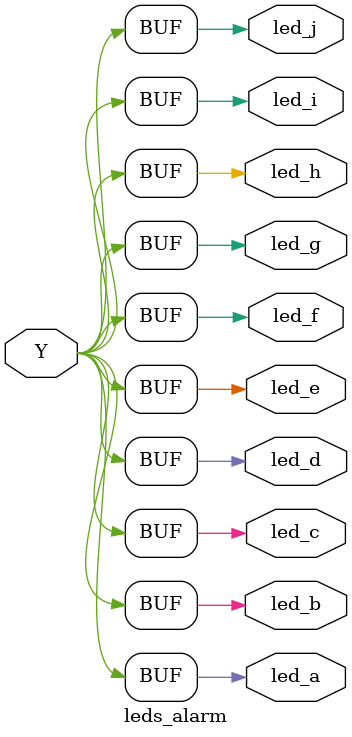
<source format=v>
module leds_alarm (Y, led_a, led_b, led_c, led_d, led_e, led_f, led_g, led_h, led_i, led_j);
  input Y;
  output led_a, led_b, led_c, led_d, led_e, led_f, led_g, led_h, led_i, led_j;
  
   assign led_a = Y;
   assign led_b = Y;
   assign led_c = Y;
   assign led_d = Y;
   assign led_e = Y;
   assign led_f = Y;
   assign led_g = Y;
   assign led_h = Y;
   assign led_i = Y;
   assign led_j = Y;
  
endmodule
</source>
